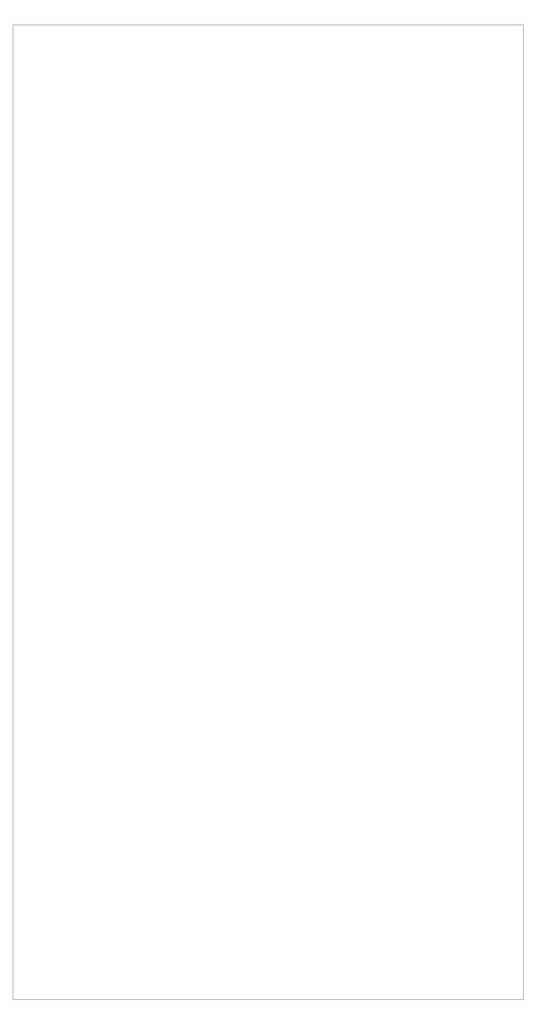
<source format=gm1>
G04 #@! TF.GenerationSoftware,KiCad,Pcbnew,(5.1.6)-1*
G04 #@! TF.CreationDate,2020-08-25T11:11:56+02:00*
G04 #@! TF.ProjectId,projet,70726f6a-6574-42e6-9b69-6361645f7063,rev?*
G04 #@! TF.SameCoordinates,Original*
G04 #@! TF.FileFunction,Profile,NP*
%FSLAX46Y46*%
G04 Gerber Fmt 4.6, Leading zero omitted, Abs format (unit mm)*
G04 Created by KiCad (PCBNEW (5.1.6)-1) date 2020-08-25 11:11:56*
%MOMM*%
%LPD*%
G01*
G04 APERTURE LIST*
G04 #@! TA.AperFunction,Profile*
%ADD10C,0.050000*%
G04 #@! TD*
G04 APERTURE END LIST*
D10*
X52488000Y-208788000D02*
X52488000Y-21784000D01*
X150488000Y-208788000D02*
X52488000Y-208788000D01*
X150488000Y-21784000D02*
X150488000Y-208788000D01*
X52488000Y-21784000D02*
X150488000Y-21784000D01*
M02*

</source>
